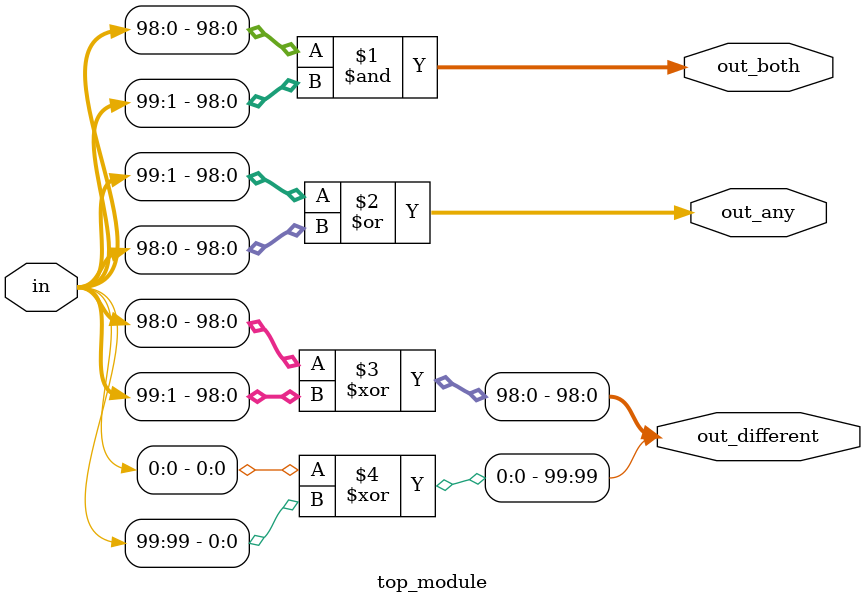
<source format=v>
module top_module( 
    input [99:0] in,
    output [98:0] out_both,
    output [99:1] out_any,
    output [99:0] out_different );
    assign out_both = in[98:0] & in[99:1];
    assign out_any = in[99:1] | in[98:0];
    assign out_different[98:0] = in[98:0] ^ in[99:1];
    assign out_different[99] = in[0] ^ in[99];
endmodule
</source>
